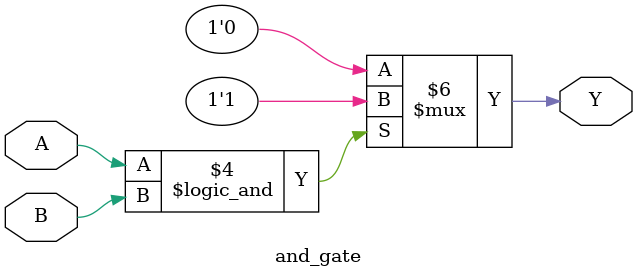
<source format=v>
module and_gate (output reg Y,input A,input B);
always @(A or B) begin
	if (A==1 && B==1)
		Y=1;
	else 
		Y=0;
	
end 
endmodule


</source>
